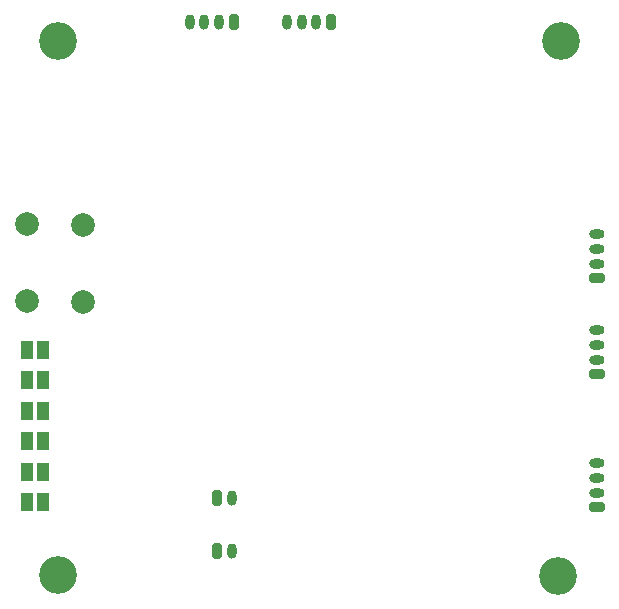
<source format=gbr>
%TF.GenerationSoftware,KiCad,Pcbnew,7.99.0-3012-g423a5b9961*%
%TF.CreationDate,2023-11-07T10:04:52-05:00*%
%TF.ProjectId,switch,73776974-6368-42e6-9b69-6361645f7063,rev?*%
%TF.SameCoordinates,Original*%
%TF.FileFunction,Soldermask,Bot*%
%TF.FilePolarity,Negative*%
%FSLAX46Y46*%
G04 Gerber Fmt 4.6, Leading zero omitted, Abs format (unit mm)*
G04 Created by KiCad (PCBNEW 7.99.0-3012-g423a5b9961) date 2023-11-07 10:04:52*
%MOMM*%
%LPD*%
G01*
G04 APERTURE LIST*
G04 Aperture macros list*
%AMRoundRect*
0 Rectangle with rounded corners*
0 $1 Rounding radius*
0 $2 $3 $4 $5 $6 $7 $8 $9 X,Y pos of 4 corners*
0 Add a 4 corners polygon primitive as box body*
4,1,4,$2,$3,$4,$5,$6,$7,$8,$9,$2,$3,0*
0 Add four circle primitives for the rounded corners*
1,1,$1+$1,$2,$3*
1,1,$1+$1,$4,$5*
1,1,$1+$1,$6,$7*
1,1,$1+$1,$8,$9*
0 Add four rect primitives between the rounded corners*
20,1,$1+$1,$2,$3,$4,$5,0*
20,1,$1+$1,$4,$5,$6,$7,0*
20,1,$1+$1,$6,$7,$8,$9,0*
20,1,$1+$1,$8,$9,$2,$3,0*%
G04 Aperture macros list end*
%ADD10C,3.200000*%
%ADD11RoundRect,0.200000X0.450000X-0.200000X0.450000X0.200000X-0.450000X0.200000X-0.450000X-0.200000X0*%
%ADD12O,1.300000X0.800000*%
%ADD13RoundRect,0.200000X0.200000X0.450000X-0.200000X0.450000X-0.200000X-0.450000X0.200000X-0.450000X0*%
%ADD14O,0.800000X1.300000*%
%ADD15RoundRect,0.200000X-0.200000X-0.450000X0.200000X-0.450000X0.200000X0.450000X-0.200000X0.450000X0*%
%ADD16C,2.000000*%
%ADD17R,1.000000X1.500000*%
G04 APERTURE END LIST*
D10*
%TO.C,H3*%
X109702600Y-120345200D03*
%TD*%
D11*
%TO.C,J8*%
X155300000Y-114604800D03*
D12*
X155300000Y-113354800D03*
X155300000Y-112104800D03*
X155300000Y-110854800D03*
%TD*%
D11*
%TO.C,J6*%
X155300000Y-95215400D03*
D12*
X155300000Y-93965400D03*
X155300000Y-92715400D03*
X155300000Y-91465400D03*
%TD*%
D10*
%TO.C,H1*%
X109702600Y-75133200D03*
%TD*%
D13*
%TO.C,J4*%
X124575000Y-73476200D03*
D14*
X123325000Y-73476200D03*
X122075000Y-73476200D03*
X120825000Y-73476200D03*
%TD*%
D10*
%TO.C,H2*%
X152247600Y-75107800D03*
%TD*%
%TO.C,H4*%
X152019000Y-120370600D03*
%TD*%
D15*
%TO.C,J1*%
X123174600Y-118280600D03*
D14*
X124424600Y-118280600D03*
%TD*%
D16*
%TO.C,SW1*%
X107023600Y-97141800D03*
X107023600Y-90641800D03*
%TD*%
D11*
%TO.C,J7*%
X155300000Y-103327200D03*
D12*
X155300000Y-102077200D03*
X155300000Y-100827200D03*
X155300000Y-99577200D03*
%TD*%
D15*
%TO.C,J3*%
X123159200Y-113766600D03*
D14*
X124409200Y-113766600D03*
%TD*%
D16*
%TO.C,SW2*%
X111810800Y-90678000D03*
X111810800Y-97178000D03*
%TD*%
D13*
%TO.C,J5*%
X132816600Y-73500000D03*
D14*
X131566600Y-73500000D03*
X130316600Y-73500000D03*
X129066600Y-73500000D03*
%TD*%
D17*
%TO.C,JP6*%
X108396800Y-114173000D03*
X107096800Y-114173000D03*
%TD*%
%TO.C,JP1*%
X108396800Y-101244400D03*
X107096800Y-101244400D03*
%TD*%
%TO.C,JP5*%
X108396800Y-111588200D03*
X107096800Y-111588200D03*
%TD*%
%TO.C,JP3*%
X108394800Y-106418600D03*
X107094800Y-106418600D03*
%TD*%
%TO.C,JP4*%
X108396800Y-109003400D03*
X107096800Y-109003400D03*
%TD*%
%TO.C,JP2*%
X108396800Y-103833800D03*
X107096800Y-103833800D03*
%TD*%
M02*

</source>
